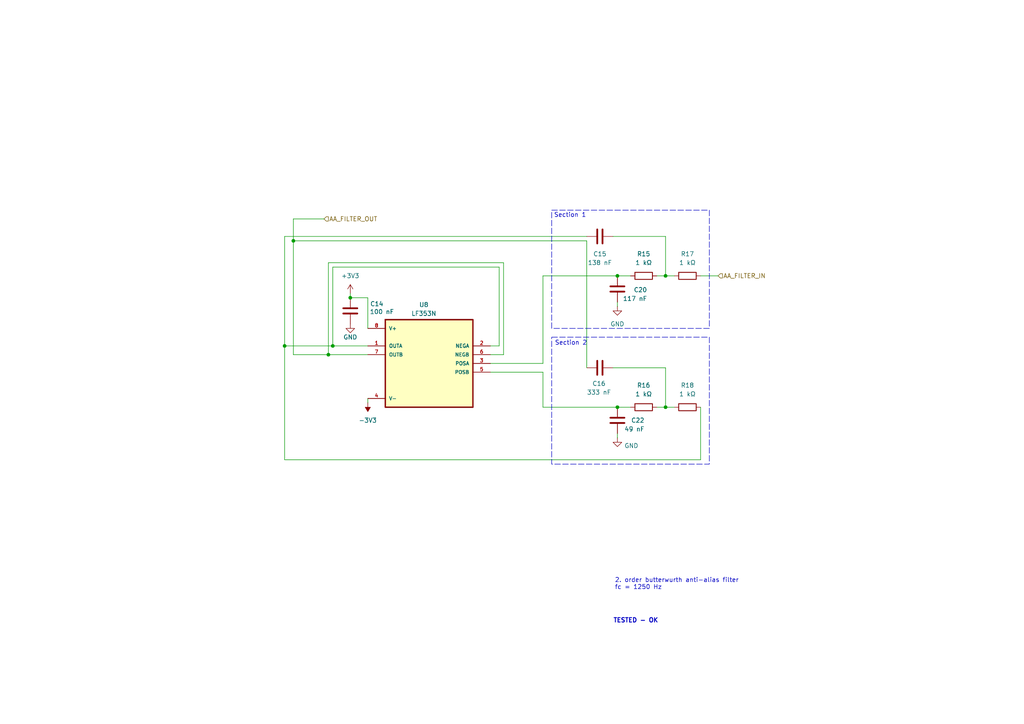
<source format=kicad_sch>
(kicad_sch
	(version 20231120)
	(generator "eeschema")
	(generator_version "8.0")
	(uuid "5836c40b-8839-4e91-b3fa-5b81160ab624")
	(paper "A4")
	(lib_symbols
		(symbol "Device:C"
			(pin_numbers hide)
			(pin_names
				(offset 0.254)
			)
			(exclude_from_sim no)
			(in_bom yes)
			(on_board yes)
			(property "Reference" "C"
				(at 0.635 2.54 0)
				(effects
					(font
						(size 1.27 1.27)
					)
					(justify left)
				)
			)
			(property "Value" "C"
				(at 0.635 -2.54 0)
				(effects
					(font
						(size 1.27 1.27)
					)
					(justify left)
				)
			)
			(property "Footprint" ""
				(at 0.9652 -3.81 0)
				(effects
					(font
						(size 1.27 1.27)
					)
					(hide yes)
				)
			)
			(property "Datasheet" "~"
				(at 0 0 0)
				(effects
					(font
						(size 1.27 1.27)
					)
					(hide yes)
				)
			)
			(property "Description" "Unpolarized capacitor"
				(at 0 0 0)
				(effects
					(font
						(size 1.27 1.27)
					)
					(hide yes)
				)
			)
			(property "ki_keywords" "cap capacitor"
				(at 0 0 0)
				(effects
					(font
						(size 1.27 1.27)
					)
					(hide yes)
				)
			)
			(property "ki_fp_filters" "C_*"
				(at 0 0 0)
				(effects
					(font
						(size 1.27 1.27)
					)
					(hide yes)
				)
			)
			(symbol "C_0_1"
				(polyline
					(pts
						(xy -2.032 -0.762) (xy 2.032 -0.762)
					)
					(stroke
						(width 0.508)
						(type default)
					)
					(fill
						(type none)
					)
				)
				(polyline
					(pts
						(xy -2.032 0.762) (xy 2.032 0.762)
					)
					(stroke
						(width 0.508)
						(type default)
					)
					(fill
						(type none)
					)
				)
			)
			(symbol "C_1_1"
				(pin passive line
					(at 0 3.81 270)
					(length 2.794)
					(name "~"
						(effects
							(font
								(size 1.27 1.27)
							)
						)
					)
					(number "1"
						(effects
							(font
								(size 1.27 1.27)
							)
						)
					)
				)
				(pin passive line
					(at 0 -3.81 90)
					(length 2.794)
					(name "~"
						(effects
							(font
								(size 1.27 1.27)
							)
						)
					)
					(number "2"
						(effects
							(font
								(size 1.27 1.27)
							)
						)
					)
				)
			)
		)
		(symbol "Device:R"
			(pin_numbers hide)
			(pin_names
				(offset 0)
			)
			(exclude_from_sim no)
			(in_bom yes)
			(on_board yes)
			(property "Reference" "R"
				(at 2.032 0 90)
				(effects
					(font
						(size 1.27 1.27)
					)
				)
			)
			(property "Value" "R"
				(at 0 0 90)
				(effects
					(font
						(size 1.27 1.27)
					)
				)
			)
			(property "Footprint" ""
				(at -1.778 0 90)
				(effects
					(font
						(size 1.27 1.27)
					)
					(hide yes)
				)
			)
			(property "Datasheet" "~"
				(at 0 0 0)
				(effects
					(font
						(size 1.27 1.27)
					)
					(hide yes)
				)
			)
			(property "Description" "Resistor"
				(at 0 0 0)
				(effects
					(font
						(size 1.27 1.27)
					)
					(hide yes)
				)
			)
			(property "ki_keywords" "R res resistor"
				(at 0 0 0)
				(effects
					(font
						(size 1.27 1.27)
					)
					(hide yes)
				)
			)
			(property "ki_fp_filters" "R_*"
				(at 0 0 0)
				(effects
					(font
						(size 1.27 1.27)
					)
					(hide yes)
				)
			)
			(symbol "R_0_1"
				(rectangle
					(start -1.016 -2.54)
					(end 1.016 2.54)
					(stroke
						(width 0.254)
						(type default)
					)
					(fill
						(type none)
					)
				)
			)
			(symbol "R_1_1"
				(pin passive line
					(at 0 3.81 270)
					(length 1.27)
					(name "~"
						(effects
							(font
								(size 1.27 1.27)
							)
						)
					)
					(number "1"
						(effects
							(font
								(size 1.27 1.27)
							)
						)
					)
				)
				(pin passive line
					(at 0 -3.81 90)
					(length 1.27)
					(name "~"
						(effects
							(font
								(size 1.27 1.27)
							)
						)
					)
					(number "2"
						(effects
							(font
								(size 1.27 1.27)
							)
						)
					)
				)
			)
		)
		(symbol "LF353N:LF353N"
			(pin_names
				(offset 1.016)
			)
			(exclude_from_sim no)
			(in_bom yes)
			(on_board yes)
			(property "Reference" "U"
				(at -12.7 13.7 0)
				(effects
					(font
						(size 1.27 1.27)
					)
					(justify left bottom)
				)
			)
			(property "Value" "LF353N"
				(at -12.7 -16.7 0)
				(effects
					(font
						(size 1.27 1.27)
					)
					(justify left bottom)
				)
			)
			(property "Footprint" "LF353N:DIP794W45P254L959H508Q8"
				(at 0 0 0)
				(effects
					(font
						(size 1.27 1.27)
					)
					(justify bottom)
					(hide yes)
				)
			)
			(property "Datasheet" ""
				(at 0 0 0)
				(effects
					(font
						(size 1.27 1.27)
					)
					(hide yes)
				)
			)
			(property "Description" ""
				(at 0 0 0)
				(effects
					(font
						(size 1.27 1.27)
					)
					(hide yes)
				)
			)
			(property "MF" "Texas Instruments"
				(at 0 0 0)
				(effects
					(font
						(size 1.27 1.27)
					)
					(justify bottom)
					(hide yes)
				)
			)
			(property "Description_1" "\nDual, 36-V, 4-MHz, high slew rate (13-V/µs), In to V+, JFET-input op amp\n"
				(at 0 0 0)
				(effects
					(font
						(size 1.27 1.27)
					)
					(justify bottom)
					(hide yes)
				)
			)
			(property "Package" "PDIP-8 Texas"
				(at 0 0 0)
				(effects
					(font
						(size 1.27 1.27)
					)
					(justify bottom)
					(hide yes)
				)
			)
			(property "Price" "None"
				(at 0 0 0)
				(effects
					(font
						(size 1.27 1.27)
					)
					(justify bottom)
					(hide yes)
				)
			)
			(property "SnapEDA_Link" "https://www.snapeda.com/parts/LF353N/NOPB/Texas+Instruments/view-part/?ref=snap"
				(at 0 0 0)
				(effects
					(font
						(size 1.27 1.27)
					)
					(justify bottom)
					(hide yes)
				)
			)
			(property "MP" "LF353N/NOPB"
				(at 0 0 0)
				(effects
					(font
						(size 1.27 1.27)
					)
					(justify bottom)
					(hide yes)
				)
			)
			(property "Purchase-URL" "https://www.snapeda.com/api/url_track_click_mouser/?unipart_id=26204&manufacturer=Texas Instruments&part_name=LF353N/NOPB&search_term=None"
				(at 0 0 0)
				(effects
					(font
						(size 1.27 1.27)
					)
					(justify bottom)
					(hide yes)
				)
			)
			(property "Availability" "In Stock"
				(at 0 0 0)
				(effects
					(font
						(size 1.27 1.27)
					)
					(justify bottom)
					(hide yes)
				)
			)
			(property "Check_prices" "https://www.snapeda.com/parts/LF353N/NOPB/Texas+Instruments/view-part/?ref=eda"
				(at 0 0 0)
				(effects
					(font
						(size 1.27 1.27)
					)
					(justify bottom)
					(hide yes)
				)
			)
			(symbol "LF353N_0_0"
				(rectangle
					(start -12.7 -12.7)
					(end 12.7 12.7)
					(stroke
						(width 0.41)
						(type default)
					)
					(fill
						(type background)
					)
				)
				(pin output line
					(at 17.78 5.08 180)
					(length 5.08)
					(name "OUTA"
						(effects
							(font
								(size 1.016 1.016)
							)
						)
					)
					(number "1"
						(effects
							(font
								(size 1.016 1.016)
							)
						)
					)
				)
				(pin input line
					(at -17.78 5.08 0)
					(length 5.08)
					(name "NEGA"
						(effects
							(font
								(size 1.016 1.016)
							)
						)
					)
					(number "2"
						(effects
							(font
								(size 1.016 1.016)
							)
						)
					)
				)
				(pin input line
					(at -17.78 0 0)
					(length 5.08)
					(name "POSA"
						(effects
							(font
								(size 1.016 1.016)
							)
						)
					)
					(number "3"
						(effects
							(font
								(size 1.016 1.016)
							)
						)
					)
				)
				(pin power_in line
					(at 17.78 -10.16 180)
					(length 5.08)
					(name "V-"
						(effects
							(font
								(size 1.016 1.016)
							)
						)
					)
					(number "4"
						(effects
							(font
								(size 1.016 1.016)
							)
						)
					)
				)
				(pin input line
					(at -17.78 -2.54 0)
					(length 5.08)
					(name "POSB"
						(effects
							(font
								(size 1.016 1.016)
							)
						)
					)
					(number "5"
						(effects
							(font
								(size 1.016 1.016)
							)
						)
					)
				)
				(pin input line
					(at -17.78 2.54 0)
					(length 5.08)
					(name "NEGB"
						(effects
							(font
								(size 1.016 1.016)
							)
						)
					)
					(number "6"
						(effects
							(font
								(size 1.016 1.016)
							)
						)
					)
				)
				(pin output line
					(at 17.78 2.54 180)
					(length 5.08)
					(name "OUTB"
						(effects
							(font
								(size 1.016 1.016)
							)
						)
					)
					(number "7"
						(effects
							(font
								(size 1.016 1.016)
							)
						)
					)
				)
				(pin power_in line
					(at 17.78 10.16 180)
					(length 5.08)
					(name "V+"
						(effects
							(font
								(size 1.016 1.016)
							)
						)
					)
					(number "8"
						(effects
							(font
								(size 1.016 1.016)
							)
						)
					)
				)
			)
		)
		(symbol "power:+3V3"
			(power)
			(pin_numbers hide)
			(pin_names
				(offset 0) hide)
			(exclude_from_sim no)
			(in_bom yes)
			(on_board yes)
			(property "Reference" "#PWR"
				(at 0 -3.81 0)
				(effects
					(font
						(size 1.27 1.27)
					)
					(hide yes)
				)
			)
			(property "Value" "+3V3"
				(at 0 3.556 0)
				(effects
					(font
						(size 1.27 1.27)
					)
				)
			)
			(property "Footprint" ""
				(at 0 0 0)
				(effects
					(font
						(size 1.27 1.27)
					)
					(hide yes)
				)
			)
			(property "Datasheet" ""
				(at 0 0 0)
				(effects
					(font
						(size 1.27 1.27)
					)
					(hide yes)
				)
			)
			(property "Description" "Power symbol creates a global label with name \"+3V3\""
				(at 0 0 0)
				(effects
					(font
						(size 1.27 1.27)
					)
					(hide yes)
				)
			)
			(property "ki_keywords" "global power"
				(at 0 0 0)
				(effects
					(font
						(size 1.27 1.27)
					)
					(hide yes)
				)
			)
			(symbol "+3V3_0_1"
				(polyline
					(pts
						(xy -0.762 1.27) (xy 0 2.54)
					)
					(stroke
						(width 0)
						(type default)
					)
					(fill
						(type none)
					)
				)
				(polyline
					(pts
						(xy 0 0) (xy 0 2.54)
					)
					(stroke
						(width 0)
						(type default)
					)
					(fill
						(type none)
					)
				)
				(polyline
					(pts
						(xy 0 2.54) (xy 0.762 1.27)
					)
					(stroke
						(width 0)
						(type default)
					)
					(fill
						(type none)
					)
				)
			)
			(symbol "+3V3_1_1"
				(pin power_in line
					(at 0 0 90)
					(length 0)
					(name "~"
						(effects
							(font
								(size 1.27 1.27)
							)
						)
					)
					(number "1"
						(effects
							(font
								(size 1.27 1.27)
							)
						)
					)
				)
			)
		)
		(symbol "power:-3V3"
			(power)
			(pin_numbers hide)
			(pin_names
				(offset 0) hide)
			(exclude_from_sim no)
			(in_bom yes)
			(on_board yes)
			(property "Reference" "#PWR"
				(at 0 -3.81 0)
				(effects
					(font
						(size 1.27 1.27)
					)
					(hide yes)
				)
			)
			(property "Value" "-3V3"
				(at 0 3.556 0)
				(effects
					(font
						(size 1.27 1.27)
					)
				)
			)
			(property "Footprint" ""
				(at 0 0 0)
				(effects
					(font
						(size 1.27 1.27)
					)
					(hide yes)
				)
			)
			(property "Datasheet" ""
				(at 0 0 0)
				(effects
					(font
						(size 1.27 1.27)
					)
					(hide yes)
				)
			)
			(property "Description" "Power symbol creates a global label with name \"-3V3\""
				(at 0 0 0)
				(effects
					(font
						(size 1.27 1.27)
					)
					(hide yes)
				)
			)
			(property "ki_keywords" "global power"
				(at 0 0 0)
				(effects
					(font
						(size 1.27 1.27)
					)
					(hide yes)
				)
			)
			(symbol "-3V3_0_0"
				(pin power_in line
					(at 0 0 90)
					(length 0)
					(name "~"
						(effects
							(font
								(size 1.27 1.27)
							)
						)
					)
					(number "1"
						(effects
							(font
								(size 1.27 1.27)
							)
						)
					)
				)
			)
			(symbol "-3V3_0_1"
				(polyline
					(pts
						(xy 0 0) (xy 0 1.27) (xy 0.762 1.27) (xy 0 2.54) (xy -0.762 1.27) (xy 0 1.27)
					)
					(stroke
						(width 0)
						(type default)
					)
					(fill
						(type outline)
					)
				)
			)
		)
		(symbol "power:GND"
			(power)
			(pin_numbers hide)
			(pin_names
				(offset 0) hide)
			(exclude_from_sim no)
			(in_bom yes)
			(on_board yes)
			(property "Reference" "#PWR"
				(at 0 -6.35 0)
				(effects
					(font
						(size 1.27 1.27)
					)
					(hide yes)
				)
			)
			(property "Value" "GND"
				(at 0 -3.81 0)
				(effects
					(font
						(size 1.27 1.27)
					)
				)
			)
			(property "Footprint" ""
				(at 0 0 0)
				(effects
					(font
						(size 1.27 1.27)
					)
					(hide yes)
				)
			)
			(property "Datasheet" ""
				(at 0 0 0)
				(effects
					(font
						(size 1.27 1.27)
					)
					(hide yes)
				)
			)
			(property "Description" "Power symbol creates a global label with name \"GND\" , ground"
				(at 0 0 0)
				(effects
					(font
						(size 1.27 1.27)
					)
					(hide yes)
				)
			)
			(property "ki_keywords" "global power"
				(at 0 0 0)
				(effects
					(font
						(size 1.27 1.27)
					)
					(hide yes)
				)
			)
			(symbol "GND_0_1"
				(polyline
					(pts
						(xy 0 0) (xy 0 -1.27) (xy 1.27 -1.27) (xy 0 -2.54) (xy -1.27 -1.27) (xy 0 -1.27)
					)
					(stroke
						(width 0)
						(type default)
					)
					(fill
						(type none)
					)
				)
			)
			(symbol "GND_1_1"
				(pin power_in line
					(at 0 0 270)
					(length 0)
					(name "~"
						(effects
							(font
								(size 1.27 1.27)
							)
						)
					)
					(number "1"
						(effects
							(font
								(size 1.27 1.27)
							)
						)
					)
				)
			)
		)
	)
	(junction
		(at 179.07 118.11)
		(diameter 0)
		(color 0 0 0 0)
		(uuid "0057b340-52ce-4c04-9c68-afefc0b2398d")
	)
	(junction
		(at 101.6 86.36)
		(diameter 0)
		(color 0 0 0 0)
		(uuid "13de1bea-210a-40f7-91b7-3a0d9ee6aea8")
	)
	(junction
		(at 193.04 80.01)
		(diameter 0)
		(color 0 0 0 0)
		(uuid "1c650cbe-4ab1-4445-b1e3-841f31640af2")
	)
	(junction
		(at 96.52 100.33)
		(diameter 0)
		(color 0 0 0 0)
		(uuid "4264d8e5-7770-4054-9f74-ce2fe2efa950")
	)
	(junction
		(at 179.07 80.01)
		(diameter 0)
		(color 0 0 0 0)
		(uuid "958805ae-4f39-4e98-a996-a1ac3675b628")
	)
	(junction
		(at 95.25 102.87)
		(diameter 0)
		(color 0 0 0 0)
		(uuid "b833a35b-913a-4e2c-aed3-6f0c3735fb78")
	)
	(junction
		(at 85.09 69.85)
		(diameter 0)
		(color 0 0 0 0)
		(uuid "bef73e0d-846f-43f2-b5da-e58683766b6b")
	)
	(junction
		(at 82.55 100.33)
		(diameter 0)
		(color 0 0 0 0)
		(uuid "ed86ea8b-18e8-4c8b-85ca-20234fc7d963")
	)
	(junction
		(at 193.04 118.11)
		(diameter 0)
		(color 0 0 0 0)
		(uuid "f9b0393c-0364-4949-8451-d67e439f4597")
	)
	(wire
		(pts
			(xy 144.78 100.33) (xy 142.24 100.33)
		)
		(stroke
			(width 0)
			(type default)
		)
		(uuid "0324c013-fb29-4467-8966-a1a00fe5cb27")
	)
	(wire
		(pts
			(xy 179.07 118.11) (xy 157.48 118.11)
		)
		(stroke
			(width 0)
			(type default)
		)
		(uuid "1c8d85c2-41d0-4cf2-8c31-78a394f26605")
	)
	(wire
		(pts
			(xy 82.55 133.35) (xy 203.2 133.35)
		)
		(stroke
			(width 0)
			(type default)
		)
		(uuid "1f0128fd-7c7e-47e2-b2e2-dd474bdcbcfd")
	)
	(wire
		(pts
			(xy 82.55 100.33) (xy 82.55 133.35)
		)
		(stroke
			(width 0)
			(type default)
		)
		(uuid "27615cdb-7610-412c-9e17-7db735faffee")
	)
	(wire
		(pts
			(xy 157.48 105.41) (xy 142.24 105.41)
		)
		(stroke
			(width 0)
			(type default)
		)
		(uuid "35acce16-ff65-4106-b079-2af2565c5b6e")
	)
	(wire
		(pts
			(xy 177.8 106.68) (xy 193.04 106.68)
		)
		(stroke
			(width 0)
			(type default)
		)
		(uuid "39f4aa27-db11-447a-9940-f723459e029d")
	)
	(wire
		(pts
			(xy 170.18 68.58) (xy 82.55 68.58)
		)
		(stroke
			(width 0)
			(type default)
		)
		(uuid "446ba73c-b2c8-47a3-bbe7-3f1472b7c4f9")
	)
	(wire
		(pts
			(xy 179.07 87.63) (xy 179.07 88.9)
		)
		(stroke
			(width 0)
			(type default)
		)
		(uuid "4ad118a6-3697-40ff-a421-b96d0ac73ccb")
	)
	(wire
		(pts
			(xy 170.18 106.68) (xy 170.18 69.85)
		)
		(stroke
			(width 0)
			(type default)
		)
		(uuid "4bc7cb3e-1e50-48f2-945e-6165f3aa1e50")
	)
	(wire
		(pts
			(xy 82.55 68.58) (xy 82.55 100.33)
		)
		(stroke
			(width 0)
			(type default)
		)
		(uuid "4cd936d8-9174-4899-aaee-f3184b4ecf79")
	)
	(wire
		(pts
			(xy 157.48 107.95) (xy 142.24 107.95)
		)
		(stroke
			(width 0)
			(type default)
		)
		(uuid "4fd73f18-4bfd-4369-9563-5fc71112bdae")
	)
	(wire
		(pts
			(xy 96.52 100.33) (xy 106.68 100.33)
		)
		(stroke
			(width 0)
			(type default)
		)
		(uuid "56cb6982-499d-411c-b997-8109cbefa864")
	)
	(wire
		(pts
			(xy 95.25 76.2) (xy 95.25 102.87)
		)
		(stroke
			(width 0)
			(type default)
		)
		(uuid "5ba5cb14-5ceb-4fd4-ae54-b25177ae91bd")
	)
	(wire
		(pts
			(xy 193.04 80.01) (xy 195.58 80.01)
		)
		(stroke
			(width 0)
			(type default)
		)
		(uuid "63892475-9013-4247-a27d-5e63cae2aa0b")
	)
	(wire
		(pts
			(xy 179.07 125.73) (xy 179.07 127)
		)
		(stroke
			(width 0)
			(type default)
		)
		(uuid "6a5a3aad-7ca5-4915-93a1-250fef9686d5")
	)
	(wire
		(pts
			(xy 85.09 69.85) (xy 85.09 63.5)
		)
		(stroke
			(width 0)
			(type default)
		)
		(uuid "7bdc6f2b-d168-483c-a266-c2908569b42c")
	)
	(wire
		(pts
			(xy 182.88 80.01) (xy 179.07 80.01)
		)
		(stroke
			(width 0)
			(type default)
		)
		(uuid "7e8b56cc-deb5-4b06-8bd5-696047b30686")
	)
	(wire
		(pts
			(xy 179.07 80.01) (xy 157.48 80.01)
		)
		(stroke
			(width 0)
			(type default)
		)
		(uuid "7ed129aa-5b44-4d68-9d53-2d733104555b")
	)
	(wire
		(pts
			(xy 193.04 118.11) (xy 190.5 118.11)
		)
		(stroke
			(width 0)
			(type default)
		)
		(uuid "87518bf9-0f7b-4a77-a3e3-21396b1de04b")
	)
	(wire
		(pts
			(xy 193.04 80.01) (xy 190.5 80.01)
		)
		(stroke
			(width 0)
			(type default)
		)
		(uuid "8cbc2445-7ce1-4312-bb40-f7315979aeab")
	)
	(wire
		(pts
			(xy 146.05 102.87) (xy 146.05 76.2)
		)
		(stroke
			(width 0)
			(type default)
		)
		(uuid "91d8c22c-c224-4efc-8516-e8cda9890d0c")
	)
	(wire
		(pts
			(xy 193.04 68.58) (xy 193.04 80.01)
		)
		(stroke
			(width 0)
			(type default)
		)
		(uuid "97377aee-6ab7-412c-9a0a-56fec80f49d6")
	)
	(wire
		(pts
			(xy 85.09 69.85) (xy 170.18 69.85)
		)
		(stroke
			(width 0)
			(type default)
		)
		(uuid "9e54fda2-3190-4d59-9ec4-34fe8bee706f")
	)
	(wire
		(pts
			(xy 157.48 118.11) (xy 157.48 107.95)
		)
		(stroke
			(width 0)
			(type default)
		)
		(uuid "a158a349-99de-4a79-ab03-6f1f45f0474e")
	)
	(wire
		(pts
			(xy 106.68 86.36) (xy 106.68 95.25)
		)
		(stroke
			(width 0)
			(type default)
		)
		(uuid "a871ad4b-3395-4473-aa82-67f027366181")
	)
	(wire
		(pts
			(xy 106.68 115.57) (xy 106.68 116.84)
		)
		(stroke
			(width 0)
			(type default)
		)
		(uuid "a8a25589-30b9-4bff-9e0c-fea0b0e09e42")
	)
	(wire
		(pts
			(xy 95.25 102.87) (xy 106.68 102.87)
		)
		(stroke
			(width 0)
			(type default)
		)
		(uuid "a9ed2715-c519-48d8-af80-399c3fcced55")
	)
	(wire
		(pts
			(xy 82.55 100.33) (xy 96.52 100.33)
		)
		(stroke
			(width 0)
			(type default)
		)
		(uuid "aa359910-cd50-4d57-b641-85c9bfa7a9e4")
	)
	(wire
		(pts
			(xy 177.8 68.58) (xy 193.04 68.58)
		)
		(stroke
			(width 0)
			(type default)
		)
		(uuid "ac1cfd32-26d9-4a05-aa19-1c0f4d31c508")
	)
	(wire
		(pts
			(xy 85.09 102.87) (xy 95.25 102.87)
		)
		(stroke
			(width 0)
			(type default)
		)
		(uuid "b7bc4dd4-b74d-4a89-9e6d-1e2340495270")
	)
	(wire
		(pts
			(xy 203.2 118.11) (xy 203.2 133.35)
		)
		(stroke
			(width 0)
			(type default)
		)
		(uuid "b7cf7eae-8f4c-4494-94b4-7dc3f281182b")
	)
	(wire
		(pts
			(xy 144.78 77.47) (xy 96.52 77.47)
		)
		(stroke
			(width 0)
			(type default)
		)
		(uuid "c5738043-0309-41c3-99e3-eb304e445825")
	)
	(wire
		(pts
			(xy 142.24 102.87) (xy 146.05 102.87)
		)
		(stroke
			(width 0)
			(type default)
		)
		(uuid "c61bb300-83d1-4792-a8a9-62592a357167")
	)
	(wire
		(pts
			(xy 157.48 80.01) (xy 157.48 105.41)
		)
		(stroke
			(width 0)
			(type default)
		)
		(uuid "c6e5ad47-0fee-4e02-a16c-292a30b14316")
	)
	(wire
		(pts
			(xy 101.6 86.36) (xy 106.68 86.36)
		)
		(stroke
			(width 0)
			(type default)
		)
		(uuid "c9b4703c-f1cb-4fe4-b79d-84975f975854")
	)
	(wire
		(pts
			(xy 193.04 106.68) (xy 193.04 118.11)
		)
		(stroke
			(width 0)
			(type default)
		)
		(uuid "d1f86ec0-da0a-4100-97ff-88f16d85dd49")
	)
	(wire
		(pts
			(xy 85.09 69.85) (xy 85.09 102.87)
		)
		(stroke
			(width 0)
			(type default)
		)
		(uuid "d47c7267-2651-435f-b87b-c16549c1265f")
	)
	(wire
		(pts
			(xy 146.05 76.2) (xy 95.25 76.2)
		)
		(stroke
			(width 0)
			(type default)
		)
		(uuid "d9c7cc04-0126-474e-99d6-bfaefb36d457")
	)
	(wire
		(pts
			(xy 144.78 100.33) (xy 144.78 77.47)
		)
		(stroke
			(width 0)
			(type default)
		)
		(uuid "e29dee0d-d70d-491d-8a04-e4295b9a79a7")
	)
	(wire
		(pts
			(xy 193.04 118.11) (xy 195.58 118.11)
		)
		(stroke
			(width 0)
			(type default)
		)
		(uuid "edc5aacc-3418-4875-9e49-ff102f75f54d")
	)
	(wire
		(pts
			(xy 182.88 118.11) (xy 179.07 118.11)
		)
		(stroke
			(width 0)
			(type default)
		)
		(uuid "f2101e5c-22a9-4183-94ac-6182a3b617fc")
	)
	(wire
		(pts
			(xy 96.52 77.47) (xy 96.52 100.33)
		)
		(stroke
			(width 0)
			(type default)
		)
		(uuid "f213da90-dd05-4d34-ae36-c50344312b29")
	)
	(wire
		(pts
			(xy 85.09 63.5) (xy 93.98 63.5)
		)
		(stroke
			(width 0)
			(type default)
		)
		(uuid "fc5c9bf7-b6fe-4e4a-a98f-20c805c49825")
	)
	(wire
		(pts
			(xy 208.28 80.01) (xy 203.2 80.01)
		)
		(stroke
			(width 0)
			(type default)
		)
		(uuid "fd4b7b28-66ed-40ed-92cb-b8398a7caa1a")
	)
	(wire
		(pts
			(xy 101.6 85.09) (xy 101.6 86.36)
		)
		(stroke
			(width 0)
			(type default)
		)
		(uuid "fdcd9026-8205-454d-982e-c25f92cc2502")
	)
	(rectangle
		(start 160.02 60.96)
		(end 205.74 95.25)
		(stroke
			(width 0)
			(type dash)
		)
		(fill
			(type none)
		)
		(uuid 0c56b245-59e6-4ebf-af91-554259dd95d4)
	)
	(rectangle
		(start 160.02 97.79)
		(end 205.74 134.62)
		(stroke
			(width 0)
			(type dash)
		)
		(fill
			(type none)
		)
		(uuid 26028f80-8fad-495a-b725-034465ad1491)
	)
	(text "TESTED - OK\n"
		(exclude_from_sim no)
		(at 184.404 180.086 0)
		(effects
			(font
				(size 1.27 1.27)
				(thickness 0.254)
				(bold yes)
			)
		)
		(uuid "0f94cf15-acfa-473f-b123-68dacd03e6a9")
	)
	(text "2. order butterwurth anti-alias filter\nfc = 1250 Hz"
		(exclude_from_sim no)
		(at 178.308 167.64 0)
		(effects
			(font
				(size 1.27 1.27)
			)
			(justify left top)
		)
		(uuid "1fd60bc7-42c4-46a0-811e-6e6daa883575")
	)
	(text "Section 1\n"
		(exclude_from_sim no)
		(at 165.354 62.484 0)
		(effects
			(font
				(size 1.27 1.27)
			)
		)
		(uuid "dd74466f-a430-4b17-974a-9b1e52d5373f")
	)
	(text "Section 2\n\n"
		(exclude_from_sim no)
		(at 165.608 100.584 0)
		(effects
			(font
				(size 1.27 1.27)
			)
		)
		(uuid "df474308-c48e-4768-8c38-6718651b3ed1")
	)
	(hierarchical_label "AA_FILTER_IN"
		(shape input)
		(at 208.28 80.01 0)
		(fields_autoplaced yes)
		(effects
			(font
				(size 1.27 1.27)
			)
			(justify left)
		)
		(uuid "092a755b-918a-42a5-8dc5-9173fa95a70b")
	)
	(hierarchical_label "AA_FILTER_OUT"
		(shape input)
		(at 93.98 63.5 0)
		(fields_autoplaced yes)
		(effects
			(font
				(size 1.27 1.27)
			)
			(justify left)
		)
		(uuid "c5e229ce-8550-4b94-92ba-60b113e0c63b")
	)
	(symbol
		(lib_id "Device:R")
		(at 199.39 80.01 270)
		(mirror x)
		(unit 1)
		(exclude_from_sim no)
		(in_bom yes)
		(on_board yes)
		(dnp no)
		(fields_autoplaced yes)
		(uuid "0bce58fa-6ffb-4f5d-b184-a25bfa19a70f")
		(property "Reference" "R17"
			(at 199.39 73.66 90)
			(effects
				(font
					(size 1.27 1.27)
				)
			)
		)
		(property "Value" "1 kΩ"
			(at 199.39 76.2 90)
			(effects
				(font
					(size 1.27 1.27)
				)
			)
		)
		(property "Footprint" "Resistor_SMD:R_0805_2012Metric_Pad1.20x1.40mm_HandSolder"
			(at 199.39 81.788 90)
			(effects
				(font
					(size 1.27 1.27)
				)
				(hide yes)
			)
		)
		(property "Datasheet" "~"
			(at 199.39 80.01 0)
			(effects
				(font
					(size 1.27 1.27)
				)
				(hide yes)
			)
		)
		(property "Description" "Resistor"
			(at 199.39 80.01 0)
			(effects
				(font
					(size 1.27 1.27)
				)
				(hide yes)
			)
		)
		(pin "1"
			(uuid "687043e1-e8ff-44e0-b9b9-2077f85946e2")
		)
		(pin "2"
			(uuid "5fbdcf00-e3b6-4057-84d6-ae6444bbff9c")
		)
		(instances
			(project "BaseBoard"
				(path "/5772fade-5f5a-4b33-b088-e12fff8be0e3/5c7a8f5b-ceaf-4fe8-9c69-7311132cd264/643800d2-4444-4a3b-b5fe-31e94a64eb94"
					(reference "R17")
					(unit 1)
				)
			)
		)
	)
	(symbol
		(lib_id "power:GND")
		(at 179.07 88.9 0)
		(mirror y)
		(unit 1)
		(exclude_from_sim no)
		(in_bom yes)
		(on_board yes)
		(dnp no)
		(fields_autoplaced yes)
		(uuid "133540f5-2a42-41c1-a5a7-c485a6bd5ae3")
		(property "Reference" "#PWR039"
			(at 179.07 95.25 0)
			(effects
				(font
					(size 1.27 1.27)
				)
				(hide yes)
			)
		)
		(property "Value" "GND"
			(at 179.07 93.98 0)
			(effects
				(font
					(size 1.27 1.27)
				)
			)
		)
		(property "Footprint" ""
			(at 179.07 88.9 0)
			(effects
				(font
					(size 1.27 1.27)
				)
				(hide yes)
			)
		)
		(property "Datasheet" ""
			(at 179.07 88.9 0)
			(effects
				(font
					(size 1.27 1.27)
				)
				(hide yes)
			)
		)
		(property "Description" "Power symbol creates a global label with name \"GND\" , ground"
			(at 179.07 88.9 0)
			(effects
				(font
					(size 1.27 1.27)
				)
				(hide yes)
			)
		)
		(pin "1"
			(uuid "49370ced-411d-4f98-994b-a51dd01c46ab")
		)
		(instances
			(project "BaseBoard"
				(path "/5772fade-5f5a-4b33-b088-e12fff8be0e3/5c7a8f5b-ceaf-4fe8-9c69-7311132cd264/643800d2-4444-4a3b-b5fe-31e94a64eb94"
					(reference "#PWR039")
					(unit 1)
				)
			)
		)
	)
	(symbol
		(lib_id "LF353N:LF353N")
		(at 124.46 105.41 0)
		(mirror y)
		(unit 1)
		(exclude_from_sim no)
		(in_bom yes)
		(on_board yes)
		(dnp no)
		(uuid "304105d0-7bb6-42fe-a2b7-fa757c0312f6")
		(property "Reference" "U8"
			(at 122.936 88.392 0)
			(effects
				(font
					(size 1.27 1.27)
				)
			)
		)
		(property "Value" "LF353N"
			(at 122.936 90.932 0)
			(effects
				(font
					(size 1.27 1.27)
				)
			)
		)
		(property "Footprint" "USR_LIB:LF353"
			(at 124.46 105.41 0)
			(effects
				(font
					(size 1.27 1.27)
				)
				(justify bottom)
				(hide yes)
			)
		)
		(property "Datasheet" ""
			(at 124.46 105.41 0)
			(effects
				(font
					(size 1.27 1.27)
				)
				(hide yes)
			)
		)
		(property "Description" ""
			(at 124.46 105.41 0)
			(effects
				(font
					(size 1.27 1.27)
				)
				(hide yes)
			)
		)
		(property "MF" "Texas Instruments"
			(at 124.46 105.41 0)
			(effects
				(font
					(size 1.27 1.27)
				)
				(justify bottom)
				(hide yes)
			)
		)
		(property "Description_1" "\nDual, 36-V, 4-MHz, high slew rate (13-V/µs), In to V+, JFET-input op amp\n"
			(at 124.46 105.41 0)
			(effects
				(font
					(size 1.27 1.27)
				)
				(justify bottom)
				(hide yes)
			)
		)
		(property "Package" "PDIP-8 Texas"
			(at 124.46 105.41 0)
			(effects
				(font
					(size 1.27 1.27)
				)
				(justify bottom)
				(hide yes)
			)
		)
		(property "Price" "None"
			(at 124.46 105.41 0)
			(effects
				(font
					(size 1.27 1.27)
				)
				(justify bottom)
				(hide yes)
			)
		)
		(property "SnapEDA_Link" "https://www.snapeda.com/parts/LF353N/NOPB/Texas+Instruments/view-part/?ref=snap"
			(at 124.46 105.41 0)
			(effects
				(font
					(size 1.27 1.27)
				)
				(justify bottom)
				(hide yes)
			)
		)
		(property "MP" "LF353N/NOPB"
			(at 124.46 105.41 0)
			(effects
				(font
					(size 1.27 1.27)
				)
				(justify bottom)
				(hide yes)
			)
		)
		(property "Purchase-URL" "https://www.snapeda.com/api/url_track_click_mouser/?unipart_id=26204&manufacturer=Texas Instruments&part_name=LF353N/NOPB&search_term=None"
			(at 124.46 105.41 0)
			(effects
				(font
					(size 1.27 1.27)
				)
				(justify bottom)
				(hide yes)
			)
		)
		(property "Availability" "In Stock"
			(at 124.46 105.41 0)
			(effects
				(font
					(size 1.27 1.27)
				)
				(justify bottom)
				(hide yes)
			)
		)
		(property "Check_prices" "https://www.snapeda.com/parts/LF353N/NOPB/Texas+Instruments/view-part/?ref=eda"
			(at 124.46 105.41 0)
			(effects
				(font
					(size 1.27 1.27)
				)
				(justify bottom)
				(hide yes)
			)
		)
		(pin "1"
			(uuid "3d42664c-8220-4c7a-873b-03f3667f1fb6")
		)
		(pin "5"
			(uuid "c0babc07-a343-40c2-a3f8-4a4751954f52")
		)
		(pin "6"
			(uuid "f165c861-f590-44e4-973e-13bbc29b505d")
		)
		(pin "2"
			(uuid "37a9158c-3a4a-4878-9e5a-f1b01eeacb91")
		)
		(pin "8"
			(uuid "e7456c2e-734c-4b1d-ae57-41dee4419479")
		)
		(pin "7"
			(uuid "ea265efb-b43f-4800-a574-a2156baa39ce")
		)
		(pin "3"
			(uuid "e89e45d1-5265-466c-b80f-ef32bdfed5d8")
		)
		(pin "4"
			(uuid "ae58f1ae-8ec3-496e-985a-a0b2947e5e6b")
		)
		(instances
			(project "BaseBoard"
				(path "/5772fade-5f5a-4b33-b088-e12fff8be0e3/5c7a8f5b-ceaf-4fe8-9c69-7311132cd264/643800d2-4444-4a3b-b5fe-31e94a64eb94"
					(reference "U8")
					(unit 1)
				)
			)
		)
	)
	(symbol
		(lib_id "Device:C")
		(at 101.6 90.17 0)
		(mirror y)
		(unit 1)
		(exclude_from_sim no)
		(in_bom yes)
		(on_board yes)
		(dnp no)
		(uuid "312624da-7a68-4f22-9b29-78fbc9bb74df")
		(property "Reference" "C14"
			(at 111.252 88.138 0)
			(effects
				(font
					(size 1.27 1.27)
				)
				(justify left)
			)
		)
		(property "Value" "100 nF"
			(at 114.3 90.424 0)
			(effects
				(font
					(size 1.27 1.27)
				)
				(justify left)
			)
		)
		(property "Footprint" "Capacitor_SMD:C_0805_2012Metric_Pad1.18x1.45mm_HandSolder"
			(at 100.6348 93.98 0)
			(effects
				(font
					(size 1.27 1.27)
				)
				(hide yes)
			)
		)
		(property "Datasheet" "~"
			(at 101.6 90.17 0)
			(effects
				(font
					(size 1.27 1.27)
				)
				(hide yes)
			)
		)
		(property "Description" "Unpolarized capacitor"
			(at 101.6 90.17 0)
			(effects
				(font
					(size 1.27 1.27)
				)
				(hide yes)
			)
		)
		(pin "1"
			(uuid "5be1a2e3-3f54-4940-906a-27203382ccc3")
		)
		(pin "2"
			(uuid "bdc976ca-15d2-4026-ab8e-702c239d1a0a")
		)
		(instances
			(project "BaseBoard"
				(path "/5772fade-5f5a-4b33-b088-e12fff8be0e3/5c7a8f5b-ceaf-4fe8-9c69-7311132cd264/643800d2-4444-4a3b-b5fe-31e94a64eb94"
					(reference "C14")
					(unit 1)
				)
			)
		)
	)
	(symbol
		(lib_id "Device:C")
		(at 179.07 83.82 0)
		(mirror y)
		(unit 1)
		(exclude_from_sim no)
		(in_bom yes)
		(on_board yes)
		(dnp no)
		(uuid "3d76851d-2566-477e-852d-dcc959b93e32")
		(property "Reference" "C20"
			(at 187.706 84.074 0)
			(effects
				(font
					(size 1.27 1.27)
				)
				(justify left)
			)
		)
		(property "Value" "117 nF"
			(at 187.706 86.614 0)
			(effects
				(font
					(size 1.27 1.27)
				)
				(justify left)
			)
		)
		(property "Footprint" "Capacitor_SMD:C_0805_2012Metric_Pad1.18x1.45mm_HandSolder"
			(at 178.1048 87.63 0)
			(effects
				(font
					(size 1.27 1.27)
				)
				(hide yes)
			)
		)
		(property "Datasheet" "~"
			(at 179.07 83.82 0)
			(effects
				(font
					(size 1.27 1.27)
				)
				(hide yes)
			)
		)
		(property "Description" "Unpolarized capacitor"
			(at 179.07 83.82 0)
			(effects
				(font
					(size 1.27 1.27)
				)
				(hide yes)
			)
		)
		(pin "2"
			(uuid "4bd7df7b-1b3e-4626-bea9-eaa489619027")
		)
		(pin "1"
			(uuid "f6694517-5e42-49a4-b693-3917e26c6716")
		)
		(instances
			(project "BaseBoard"
				(path "/5772fade-5f5a-4b33-b088-e12fff8be0e3/5c7a8f5b-ceaf-4fe8-9c69-7311132cd264/643800d2-4444-4a3b-b5fe-31e94a64eb94"
					(reference "C20")
					(unit 1)
				)
			)
		)
	)
	(symbol
		(lib_id "Device:C")
		(at 173.99 68.58 270)
		(mirror x)
		(unit 1)
		(exclude_from_sim no)
		(in_bom yes)
		(on_board yes)
		(dnp no)
		(uuid "51d78f6c-265c-42df-bd30-285951673a29")
		(property "Reference" "C15"
			(at 173.99 73.66 90)
			(effects
				(font
					(size 1.27 1.27)
				)
			)
		)
		(property "Value" "138 nF"
			(at 173.99 76.2 90)
			(effects
				(font
					(size 1.27 1.27)
				)
			)
		)
		(property "Footprint" "Capacitor_SMD:C_0805_2012Metric_Pad1.18x1.45mm_HandSolder"
			(at 170.18 67.6148 0)
			(effects
				(font
					(size 1.27 1.27)
				)
				(hide yes)
			)
		)
		(property "Datasheet" "~"
			(at 173.99 68.58 0)
			(effects
				(font
					(size 1.27 1.27)
				)
				(hide yes)
			)
		)
		(property "Description" "Unpolarized capacitor"
			(at 173.99 68.58 0)
			(effects
				(font
					(size 1.27 1.27)
				)
				(hide yes)
			)
		)
		(pin "2"
			(uuid "d6277b0a-1503-46f7-80bc-4bfa70caf184")
		)
		(pin "1"
			(uuid "bc286c22-c3be-4500-8757-f1612dcaa160")
		)
		(instances
			(project "BaseBoard"
				(path "/5772fade-5f5a-4b33-b088-e12fff8be0e3/5c7a8f5b-ceaf-4fe8-9c69-7311132cd264/643800d2-4444-4a3b-b5fe-31e94a64eb94"
					(reference "C15")
					(unit 1)
				)
			)
		)
	)
	(symbol
		(lib_id "power:GND")
		(at 179.07 127 0)
		(mirror y)
		(unit 1)
		(exclude_from_sim no)
		(in_bom yes)
		(on_board yes)
		(dnp no)
		(uuid "611de999-0e49-4a51-989e-1a61abbf18b9")
		(property "Reference" "#PWR050"
			(at 179.07 133.35 0)
			(effects
				(font
					(size 1.27 1.27)
				)
				(hide yes)
			)
		)
		(property "Value" "GND"
			(at 183.134 129.286 0)
			(effects
				(font
					(size 1.27 1.27)
				)
			)
		)
		(property "Footprint" ""
			(at 179.07 127 0)
			(effects
				(font
					(size 1.27 1.27)
				)
				(hide yes)
			)
		)
		(property "Datasheet" ""
			(at 179.07 127 0)
			(effects
				(font
					(size 1.27 1.27)
				)
				(hide yes)
			)
		)
		(property "Description" "Power symbol creates a global label with name \"GND\" , ground"
			(at 179.07 127 0)
			(effects
				(font
					(size 1.27 1.27)
				)
				(hide yes)
			)
		)
		(pin "1"
			(uuid "9e71ebc1-f9e4-46cf-a245-3c4105f8966d")
		)
		(instances
			(project "BaseBoard"
				(path "/5772fade-5f5a-4b33-b088-e12fff8be0e3/5c7a8f5b-ceaf-4fe8-9c69-7311132cd264/643800d2-4444-4a3b-b5fe-31e94a64eb94"
					(reference "#PWR050")
					(unit 1)
				)
			)
		)
	)
	(symbol
		(lib_id "power:+3V3")
		(at 101.6 85.09 0)
		(unit 1)
		(exclude_from_sim no)
		(in_bom yes)
		(on_board yes)
		(dnp no)
		(fields_autoplaced yes)
		(uuid "6da4cd22-ab50-4e1e-b43e-11c5fa26c5c4")
		(property "Reference" "#PWR028"
			(at 101.6 88.9 0)
			(effects
				(font
					(size 1.27 1.27)
				)
				(hide yes)
			)
		)
		(property "Value" "+3V3"
			(at 101.6 80.01 0)
			(effects
				(font
					(size 1.27 1.27)
				)
			)
		)
		(property "Footprint" ""
			(at 101.6 85.09 0)
			(effects
				(font
					(size 1.27 1.27)
				)
				(hide yes)
			)
		)
		(property "Datasheet" ""
			(at 101.6 85.09 0)
			(effects
				(font
					(size 1.27 1.27)
				)
				(hide yes)
			)
		)
		(property "Description" "Power symbol creates a global label with name \"+3V3\""
			(at 101.6 85.09 0)
			(effects
				(font
					(size 1.27 1.27)
				)
				(hide yes)
			)
		)
		(pin "1"
			(uuid "1b4e3752-8aa4-47a0-bd6e-cbbdc10ec0d5")
		)
		(instances
			(project "BaseBoard"
				(path "/5772fade-5f5a-4b33-b088-e12fff8be0e3/5c7a8f5b-ceaf-4fe8-9c69-7311132cd264/643800d2-4444-4a3b-b5fe-31e94a64eb94"
					(reference "#PWR028")
					(unit 1)
				)
			)
		)
	)
	(symbol
		(lib_id "Device:R")
		(at 199.39 118.11 270)
		(mirror x)
		(unit 1)
		(exclude_from_sim no)
		(in_bom yes)
		(on_board yes)
		(dnp no)
		(fields_autoplaced yes)
		(uuid "6f6f97ad-a6d3-4b14-b525-b1f0aaffe478")
		(property "Reference" "R18"
			(at 199.39 111.76 90)
			(effects
				(font
					(size 1.27 1.27)
				)
			)
		)
		(property "Value" "1 kΩ"
			(at 199.39 114.3 90)
			(effects
				(font
					(size 1.27 1.27)
				)
			)
		)
		(property "Footprint" "Resistor_SMD:R_0805_2012Metric_Pad1.20x1.40mm_HandSolder"
			(at 199.39 119.888 90)
			(effects
				(font
					(size 1.27 1.27)
				)
				(hide yes)
			)
		)
		(property "Datasheet" "~"
			(at 199.39 118.11 0)
			(effects
				(font
					(size 1.27 1.27)
				)
				(hide yes)
			)
		)
		(property "Description" "Resistor"
			(at 199.39 118.11 0)
			(effects
				(font
					(size 1.27 1.27)
				)
				(hide yes)
			)
		)
		(pin "1"
			(uuid "de0ae24b-51d6-49fc-adc6-56b9cef64738")
		)
		(pin "2"
			(uuid "04760b85-420d-44aa-ad3e-6e7e1317a265")
		)
		(instances
			(project "BaseBoard"
				(path "/5772fade-5f5a-4b33-b088-e12fff8be0e3/5c7a8f5b-ceaf-4fe8-9c69-7311132cd264/643800d2-4444-4a3b-b5fe-31e94a64eb94"
					(reference "R18")
					(unit 1)
				)
			)
		)
	)
	(symbol
		(lib_id "Device:R")
		(at 186.69 118.11 270)
		(mirror x)
		(unit 1)
		(exclude_from_sim no)
		(in_bom yes)
		(on_board yes)
		(dnp no)
		(fields_autoplaced yes)
		(uuid "8460d1a7-9278-4736-ac97-6aa7fe1130cf")
		(property "Reference" "R16"
			(at 186.69 111.76 90)
			(effects
				(font
					(size 1.27 1.27)
				)
			)
		)
		(property "Value" "1 kΩ"
			(at 186.69 114.3 90)
			(effects
				(font
					(size 1.27 1.27)
				)
			)
		)
		(property "Footprint" "Resistor_SMD:R_0805_2012Metric_Pad1.20x1.40mm_HandSolder"
			(at 186.69 119.888 90)
			(effects
				(font
					(size 1.27 1.27)
				)
				(hide yes)
			)
		)
		(property "Datasheet" "~"
			(at 186.69 118.11 0)
			(effects
				(font
					(size 1.27 1.27)
				)
				(hide yes)
			)
		)
		(property "Description" "Resistor"
			(at 186.69 118.11 0)
			(effects
				(font
					(size 1.27 1.27)
				)
				(hide yes)
			)
		)
		(pin "2"
			(uuid "66ac1c2a-a55b-4c79-8b81-edad614a0998")
		)
		(pin "1"
			(uuid "2a18e00b-e31b-4f89-9c8a-007cbdc2c26b")
		)
		(instances
			(project "BaseBoard"
				(path "/5772fade-5f5a-4b33-b088-e12fff8be0e3/5c7a8f5b-ceaf-4fe8-9c69-7311132cd264/643800d2-4444-4a3b-b5fe-31e94a64eb94"
					(reference "R16")
					(unit 1)
				)
			)
		)
	)
	(symbol
		(lib_id "power:GND")
		(at 101.6 93.98 0)
		(unit 1)
		(exclude_from_sim no)
		(in_bom yes)
		(on_board yes)
		(dnp no)
		(uuid "85c5dec3-b0dd-4316-9c5c-c8b4e185bff4")
		(property "Reference" "#PWR031"
			(at 101.6 100.33 0)
			(effects
				(font
					(size 1.27 1.27)
				)
				(hide yes)
			)
		)
		(property "Value" "GND"
			(at 101.6 97.79 0)
			(effects
				(font
					(size 1.27 1.27)
				)
			)
		)
		(property "Footprint" ""
			(at 101.6 93.98 0)
			(effects
				(font
					(size 1.27 1.27)
				)
				(hide yes)
			)
		)
		(property "Datasheet" ""
			(at 101.6 93.98 0)
			(effects
				(font
					(size 1.27 1.27)
				)
				(hide yes)
			)
		)
		(property "Description" "Power symbol creates a global label with name \"GND\" , ground"
			(at 101.6 93.98 0)
			(effects
				(font
					(size 1.27 1.27)
				)
				(hide yes)
			)
		)
		(pin "1"
			(uuid "1a4c7d79-3b51-47ef-9ba2-eb84ddc732d4")
		)
		(instances
			(project "BaseBoard"
				(path "/5772fade-5f5a-4b33-b088-e12fff8be0e3/5c7a8f5b-ceaf-4fe8-9c69-7311132cd264/643800d2-4444-4a3b-b5fe-31e94a64eb94"
					(reference "#PWR031")
					(unit 1)
				)
			)
		)
	)
	(symbol
		(lib_id "power:-3V3")
		(at 106.68 116.84 180)
		(unit 1)
		(exclude_from_sim no)
		(in_bom yes)
		(on_board yes)
		(dnp no)
		(fields_autoplaced yes)
		(uuid "9a8a7be4-316c-4fa9-ac68-a4c836e65216")
		(property "Reference" "#PWR032"
			(at 106.68 113.03 0)
			(effects
				(font
					(size 1.27 1.27)
				)
				(hide yes)
			)
		)
		(property "Value" "-3V3"
			(at 106.68 121.92 0)
			(effects
				(font
					(size 1.27 1.27)
				)
			)
		)
		(property "Footprint" ""
			(at 106.68 116.84 0)
			(effects
				(font
					(size 1.27 1.27)
				)
				(hide yes)
			)
		)
		(property "Datasheet" ""
			(at 106.68 116.84 0)
			(effects
				(font
					(size 1.27 1.27)
				)
				(hide yes)
			)
		)
		(property "Description" "Power symbol creates a global label with name \"-3V3\""
			(at 106.68 116.84 0)
			(effects
				(font
					(size 1.27 1.27)
				)
				(hide yes)
			)
		)
		(pin "1"
			(uuid "5553e19e-027e-4f03-a71e-7b6b528e0c88")
		)
		(instances
			(project "BaseBoard"
				(path "/5772fade-5f5a-4b33-b088-e12fff8be0e3/5c7a8f5b-ceaf-4fe8-9c69-7311132cd264/643800d2-4444-4a3b-b5fe-31e94a64eb94"
					(reference "#PWR032")
					(unit 1)
				)
			)
		)
	)
	(symbol
		(lib_id "Device:R")
		(at 186.69 80.01 270)
		(mirror x)
		(unit 1)
		(exclude_from_sim no)
		(in_bom yes)
		(on_board yes)
		(dnp no)
		(fields_autoplaced yes)
		(uuid "adfdff45-57df-4649-a285-0ad6dbfda6be")
		(property "Reference" "R15"
			(at 186.69 73.66 90)
			(effects
				(font
					(size 1.27 1.27)
				)
			)
		)
		(property "Value" "1 kΩ"
			(at 186.69 76.2 90)
			(effects
				(font
					(size 1.27 1.27)
				)
			)
		)
		(property "Footprint" "Resistor_SMD:R_0805_2012Metric_Pad1.20x1.40mm_HandSolder"
			(at 186.69 81.788 90)
			(effects
				(font
					(size 1.27 1.27)
				)
				(hide yes)
			)
		)
		(property "Datasheet" "~"
			(at 186.69 80.01 0)
			(effects
				(font
					(size 1.27 1.27)
				)
				(hide yes)
			)
		)
		(property "Description" "Resistor"
			(at 186.69 80.01 0)
			(effects
				(font
					(size 1.27 1.27)
				)
				(hide yes)
			)
		)
		(pin "2"
			(uuid "c2539089-702c-43fa-b8cd-e607eccdd609")
		)
		(pin "1"
			(uuid "e0283394-004e-4e5a-859b-ff38134e9c97")
		)
		(instances
			(project "BaseBoard"
				(path "/5772fade-5f5a-4b33-b088-e12fff8be0e3/5c7a8f5b-ceaf-4fe8-9c69-7311132cd264/643800d2-4444-4a3b-b5fe-31e94a64eb94"
					(reference "R15")
					(unit 1)
				)
			)
		)
	)
	(symbol
		(lib_id "Device:C")
		(at 179.07 121.92 0)
		(mirror y)
		(unit 1)
		(exclude_from_sim no)
		(in_bom yes)
		(on_board yes)
		(dnp no)
		(uuid "db1b225d-dd5b-4eb3-a84e-ee65247b28f1")
		(property "Reference" "C22"
			(at 186.944 121.92 0)
			(effects
				(font
					(size 1.27 1.27)
				)
				(justify left)
			)
		)
		(property "Value" "49 nF"
			(at 186.944 124.46 0)
			(effects
				(font
					(size 1.27 1.27)
				)
				(justify left)
			)
		)
		(property "Footprint" "Capacitor_SMD:C_0805_2012Metric_Pad1.18x1.45mm_HandSolder"
			(at 178.1048 125.73 0)
			(effects
				(font
					(size 1.27 1.27)
				)
				(hide yes)
			)
		)
		(property "Datasheet" "~"
			(at 179.07 121.92 0)
			(effects
				(font
					(size 1.27 1.27)
				)
				(hide yes)
			)
		)
		(property "Description" "Unpolarized capacitor"
			(at 179.07 121.92 0)
			(effects
				(font
					(size 1.27 1.27)
				)
				(hide yes)
			)
		)
		(pin "2"
			(uuid "c69897a4-4476-430c-adc5-7d3b9de91c5e")
		)
		(pin "1"
			(uuid "def196e1-2820-40de-b432-0c90a65f0753")
		)
		(instances
			(project "BaseBoard"
				(path "/5772fade-5f5a-4b33-b088-e12fff8be0e3/5c7a8f5b-ceaf-4fe8-9c69-7311132cd264/643800d2-4444-4a3b-b5fe-31e94a64eb94"
					(reference "C22")
					(unit 1)
				)
			)
		)
	)
	(symbol
		(lib_id "Device:C")
		(at 173.99 106.68 270)
		(mirror x)
		(unit 1)
		(exclude_from_sim no)
		(in_bom yes)
		(on_board yes)
		(dnp no)
		(uuid "eefadf5d-fce6-4315-96da-d36d2c743404")
		(property "Reference" "C16"
			(at 173.736 111.252 90)
			(effects
				(font
					(size 1.27 1.27)
				)
			)
		)
		(property "Value" "333 nF"
			(at 173.736 113.792 90)
			(effects
				(font
					(size 1.27 1.27)
				)
			)
		)
		(property "Footprint" "Capacitor_SMD:C_0805_2012Metric_Pad1.18x1.45mm_HandSolder"
			(at 170.18 105.7148 0)
			(effects
				(font
					(size 1.27 1.27)
				)
				(hide yes)
			)
		)
		(property "Datasheet" "~"
			(at 173.99 106.68 0)
			(effects
				(font
					(size 1.27 1.27)
				)
				(hide yes)
			)
		)
		(property "Description" "Unpolarized capacitor"
			(at 173.99 106.68 0)
			(effects
				(font
					(size 1.27 1.27)
				)
				(hide yes)
			)
		)
		(pin "2"
			(uuid "5f13fc33-19c2-42a9-bf64-e6533102fb8c")
		)
		(pin "1"
			(uuid "a08c09a0-5791-4bba-9a87-7e6d2881ae8f")
		)
		(instances
			(project "BaseBoard"
				(path "/5772fade-5f5a-4b33-b088-e12fff8be0e3/5c7a8f5b-ceaf-4fe8-9c69-7311132cd264/643800d2-4444-4a3b-b5fe-31e94a64eb94"
					(reference "C16")
					(unit 1)
				)
			)
		)
	)
)

</source>
